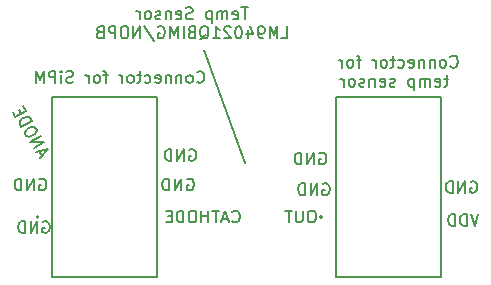
<source format=gbr>
%TF.GenerationSoftware,KiCad,Pcbnew,(6.0.8-1)-1*%
%TF.CreationDate,2022-12-29T14:46:32-05:00*%
%TF.ProjectId,Condor,436f6e64-6f72-42e6-9b69-6361645f7063,rev?*%
%TF.SameCoordinates,Original*%
%TF.FileFunction,Legend,Bot*%
%TF.FilePolarity,Positive*%
%FSLAX46Y46*%
G04 Gerber Fmt 4.6, Leading zero omitted, Abs format (unit mm)*
G04 Created by KiCad (PCBNEW (6.0.8-1)-1) date 2022-12-29 14:46:32*
%MOMM*%
%LPD*%
G01*
G04 APERTURE LIST*
%ADD10C,0.150000*%
%ADD11C,0.127000*%
%ADD12C,0.200000*%
G04 APERTURE END LIST*
D10*
X192261904Y-89752142D02*
X192309523Y-89799761D01*
X192452380Y-89847380D01*
X192547619Y-89847380D01*
X192690476Y-89799761D01*
X192785714Y-89704523D01*
X192833333Y-89609285D01*
X192880952Y-89418809D01*
X192880952Y-89275952D01*
X192833333Y-89085476D01*
X192785714Y-88990238D01*
X192690476Y-88895000D01*
X192547619Y-88847380D01*
X192452380Y-88847380D01*
X192309523Y-88895000D01*
X192261904Y-88942619D01*
X191690476Y-89847380D02*
X191785714Y-89799761D01*
X191833333Y-89752142D01*
X191880952Y-89656904D01*
X191880952Y-89371190D01*
X191833333Y-89275952D01*
X191785714Y-89228333D01*
X191690476Y-89180714D01*
X191547619Y-89180714D01*
X191452380Y-89228333D01*
X191404761Y-89275952D01*
X191357142Y-89371190D01*
X191357142Y-89656904D01*
X191404761Y-89752142D01*
X191452380Y-89799761D01*
X191547619Y-89847380D01*
X191690476Y-89847380D01*
X190928571Y-89180714D02*
X190928571Y-89847380D01*
X190928571Y-89275952D02*
X190880952Y-89228333D01*
X190785714Y-89180714D01*
X190642857Y-89180714D01*
X190547619Y-89228333D01*
X190500000Y-89323571D01*
X190500000Y-89847380D01*
X190023809Y-89180714D02*
X190023809Y-89847380D01*
X190023809Y-89275952D02*
X189976190Y-89228333D01*
X189880952Y-89180714D01*
X189738095Y-89180714D01*
X189642857Y-89228333D01*
X189595238Y-89323571D01*
X189595238Y-89847380D01*
X188738095Y-89799761D02*
X188833333Y-89847380D01*
X189023809Y-89847380D01*
X189119047Y-89799761D01*
X189166666Y-89704523D01*
X189166666Y-89323571D01*
X189119047Y-89228333D01*
X189023809Y-89180714D01*
X188833333Y-89180714D01*
X188738095Y-89228333D01*
X188690476Y-89323571D01*
X188690476Y-89418809D01*
X189166666Y-89514047D01*
X187833333Y-89799761D02*
X187928571Y-89847380D01*
X188119047Y-89847380D01*
X188214285Y-89799761D01*
X188261904Y-89752142D01*
X188309523Y-89656904D01*
X188309523Y-89371190D01*
X188261904Y-89275952D01*
X188214285Y-89228333D01*
X188119047Y-89180714D01*
X187928571Y-89180714D01*
X187833333Y-89228333D01*
X187547619Y-89180714D02*
X187166666Y-89180714D01*
X187404761Y-88847380D02*
X187404761Y-89704523D01*
X187357142Y-89799761D01*
X187261904Y-89847380D01*
X187166666Y-89847380D01*
X186690476Y-89847380D02*
X186785714Y-89799761D01*
X186833333Y-89752142D01*
X186880952Y-89656904D01*
X186880952Y-89371190D01*
X186833333Y-89275952D01*
X186785714Y-89228333D01*
X186690476Y-89180714D01*
X186547619Y-89180714D01*
X186452380Y-89228333D01*
X186404761Y-89275952D01*
X186357142Y-89371190D01*
X186357142Y-89656904D01*
X186404761Y-89752142D01*
X186452380Y-89799761D01*
X186547619Y-89847380D01*
X186690476Y-89847380D01*
X185928571Y-89847380D02*
X185928571Y-89180714D01*
X185928571Y-89371190D02*
X185880952Y-89275952D01*
X185833333Y-89228333D01*
X185738095Y-89180714D01*
X185642857Y-89180714D01*
X184690476Y-89180714D02*
X184309523Y-89180714D01*
X184547619Y-89847380D02*
X184547619Y-88990238D01*
X184500000Y-88895000D01*
X184404761Y-88847380D01*
X184309523Y-88847380D01*
X183833333Y-89847380D02*
X183928571Y-89799761D01*
X183976190Y-89752142D01*
X184023809Y-89656904D01*
X184023809Y-89371190D01*
X183976190Y-89275952D01*
X183928571Y-89228333D01*
X183833333Y-89180714D01*
X183690476Y-89180714D01*
X183595238Y-89228333D01*
X183547619Y-89275952D01*
X183500000Y-89371190D01*
X183500000Y-89656904D01*
X183547619Y-89752142D01*
X183595238Y-89799761D01*
X183690476Y-89847380D01*
X183833333Y-89847380D01*
X183071428Y-89847380D02*
X183071428Y-89180714D01*
X183071428Y-89371190D02*
X183023809Y-89275952D01*
X182976190Y-89228333D01*
X182880952Y-89180714D01*
X182785714Y-89180714D01*
X192071428Y-90790714D02*
X191690476Y-90790714D01*
X191928571Y-90457380D02*
X191928571Y-91314523D01*
X191880952Y-91409761D01*
X191785714Y-91457380D01*
X191690476Y-91457380D01*
X190976190Y-91409761D02*
X191071428Y-91457380D01*
X191261904Y-91457380D01*
X191357142Y-91409761D01*
X191404761Y-91314523D01*
X191404761Y-90933571D01*
X191357142Y-90838333D01*
X191261904Y-90790714D01*
X191071428Y-90790714D01*
X190976190Y-90838333D01*
X190928571Y-90933571D01*
X190928571Y-91028809D01*
X191404761Y-91124047D01*
X190500000Y-91457380D02*
X190500000Y-90790714D01*
X190500000Y-90885952D02*
X190452380Y-90838333D01*
X190357142Y-90790714D01*
X190214285Y-90790714D01*
X190119047Y-90838333D01*
X190071428Y-90933571D01*
X190071428Y-91457380D01*
X190071428Y-90933571D02*
X190023809Y-90838333D01*
X189928571Y-90790714D01*
X189785714Y-90790714D01*
X189690476Y-90838333D01*
X189642857Y-90933571D01*
X189642857Y-91457380D01*
X189166666Y-90790714D02*
X189166666Y-91790714D01*
X189166666Y-90838333D02*
X189071428Y-90790714D01*
X188880952Y-90790714D01*
X188785714Y-90838333D01*
X188738095Y-90885952D01*
X188690476Y-90981190D01*
X188690476Y-91266904D01*
X188738095Y-91362142D01*
X188785714Y-91409761D01*
X188880952Y-91457380D01*
X189071428Y-91457380D01*
X189166666Y-91409761D01*
X187547619Y-91409761D02*
X187452380Y-91457380D01*
X187261904Y-91457380D01*
X187166666Y-91409761D01*
X187119047Y-91314523D01*
X187119047Y-91266904D01*
X187166666Y-91171666D01*
X187261904Y-91124047D01*
X187404761Y-91124047D01*
X187500000Y-91076428D01*
X187547619Y-90981190D01*
X187547619Y-90933571D01*
X187500000Y-90838333D01*
X187404761Y-90790714D01*
X187261904Y-90790714D01*
X187166666Y-90838333D01*
X186309523Y-91409761D02*
X186404761Y-91457380D01*
X186595238Y-91457380D01*
X186690476Y-91409761D01*
X186738095Y-91314523D01*
X186738095Y-90933571D01*
X186690476Y-90838333D01*
X186595238Y-90790714D01*
X186404761Y-90790714D01*
X186309523Y-90838333D01*
X186261904Y-90933571D01*
X186261904Y-91028809D01*
X186738095Y-91124047D01*
X185833333Y-90790714D02*
X185833333Y-91457380D01*
X185833333Y-90885952D02*
X185785714Y-90838333D01*
X185690476Y-90790714D01*
X185547619Y-90790714D01*
X185452380Y-90838333D01*
X185404761Y-90933571D01*
X185404761Y-91457380D01*
X184976190Y-91409761D02*
X184880952Y-91457380D01*
X184690476Y-91457380D01*
X184595238Y-91409761D01*
X184547619Y-91314523D01*
X184547619Y-91266904D01*
X184595238Y-91171666D01*
X184690476Y-91124047D01*
X184833333Y-91124047D01*
X184928571Y-91076428D01*
X184976190Y-90981190D01*
X184976190Y-90933571D01*
X184928571Y-90838333D01*
X184833333Y-90790714D01*
X184690476Y-90790714D01*
X184595238Y-90838333D01*
X183976190Y-91457380D02*
X184071428Y-91409761D01*
X184119047Y-91362142D01*
X184166666Y-91266904D01*
X184166666Y-90981190D01*
X184119047Y-90885952D01*
X184071428Y-90838333D01*
X183976190Y-90790714D01*
X183833333Y-90790714D01*
X183738095Y-90838333D01*
X183690476Y-90885952D01*
X183642857Y-90981190D01*
X183642857Y-91266904D01*
X183690476Y-91362142D01*
X183738095Y-91409761D01*
X183833333Y-91457380D01*
X183976190Y-91457380D01*
X183214285Y-91457380D02*
X183214285Y-90790714D01*
X183214285Y-90981190D02*
X183166666Y-90885952D01*
X183119047Y-90838333D01*
X183023809Y-90790714D01*
X182928571Y-90790714D01*
X171400000Y-88400000D02*
X174900000Y-97900000D01*
X169961904Y-99300000D02*
X170057142Y-99252380D01*
X170200000Y-99252380D01*
X170342857Y-99300000D01*
X170438095Y-99395238D01*
X170485714Y-99490476D01*
X170533333Y-99680952D01*
X170533333Y-99823809D01*
X170485714Y-100014285D01*
X170438095Y-100109523D01*
X170342857Y-100204761D01*
X170200000Y-100252380D01*
X170104761Y-100252380D01*
X169961904Y-100204761D01*
X169914285Y-100157142D01*
X169914285Y-99823809D01*
X170104761Y-99823809D01*
X169485714Y-100252380D02*
X169485714Y-99252380D01*
X168914285Y-100252380D01*
X168914285Y-99252380D01*
X168438095Y-100252380D02*
X168438095Y-99252380D01*
X168200000Y-99252380D01*
X168057142Y-99300000D01*
X167961904Y-99395238D01*
X167914285Y-99490476D01*
X167866666Y-99680952D01*
X167866666Y-99823809D01*
X167914285Y-100014285D01*
X167961904Y-100109523D01*
X168057142Y-100204761D01*
X168200000Y-100252380D01*
X168438095Y-100252380D01*
X181461904Y-99700000D02*
X181557142Y-99652380D01*
X181700000Y-99652380D01*
X181842857Y-99700000D01*
X181938095Y-99795238D01*
X181985714Y-99890476D01*
X182033333Y-100080952D01*
X182033333Y-100223809D01*
X181985714Y-100414285D01*
X181938095Y-100509523D01*
X181842857Y-100604761D01*
X181700000Y-100652380D01*
X181604761Y-100652380D01*
X181461904Y-100604761D01*
X181414285Y-100557142D01*
X181414285Y-100223809D01*
X181604761Y-100223809D01*
X180985714Y-100652380D02*
X180985714Y-99652380D01*
X180414285Y-100652380D01*
X180414285Y-99652380D01*
X179938095Y-100652380D02*
X179938095Y-99652380D01*
X179700000Y-99652380D01*
X179557142Y-99700000D01*
X179461904Y-99795238D01*
X179414285Y-99890476D01*
X179366666Y-100080952D01*
X179366666Y-100223809D01*
X179414285Y-100414285D01*
X179461904Y-100509523D01*
X179557142Y-100604761D01*
X179700000Y-100652380D01*
X179938095Y-100652380D01*
X180600000Y-101952380D02*
X180409523Y-101952380D01*
X180314285Y-102000000D01*
X180219047Y-102095238D01*
X180171428Y-102285714D01*
X180171428Y-102619047D01*
X180219047Y-102809523D01*
X180314285Y-102904761D01*
X180409523Y-102952380D01*
X180600000Y-102952380D01*
X180695238Y-102904761D01*
X180790476Y-102809523D01*
X180838095Y-102619047D01*
X180838095Y-102285714D01*
X180790476Y-102095238D01*
X180695238Y-102000000D01*
X180600000Y-101952380D01*
X179742857Y-101952380D02*
X179742857Y-102761904D01*
X179695238Y-102857142D01*
X179647619Y-102904761D01*
X179552380Y-102952380D01*
X179361904Y-102952380D01*
X179266666Y-102904761D01*
X179219047Y-102857142D01*
X179171428Y-102761904D01*
X179171428Y-101952380D01*
X178838095Y-101952380D02*
X178266666Y-101952380D01*
X178552380Y-102952380D02*
X178552380Y-101952380D01*
X175138095Y-84747380D02*
X174566666Y-84747380D01*
X174852380Y-85747380D02*
X174852380Y-84747380D01*
X173852380Y-85699761D02*
X173947619Y-85747380D01*
X174138095Y-85747380D01*
X174233333Y-85699761D01*
X174280952Y-85604523D01*
X174280952Y-85223571D01*
X174233333Y-85128333D01*
X174138095Y-85080714D01*
X173947619Y-85080714D01*
X173852380Y-85128333D01*
X173804761Y-85223571D01*
X173804761Y-85318809D01*
X174280952Y-85414047D01*
X173376190Y-85747380D02*
X173376190Y-85080714D01*
X173376190Y-85175952D02*
X173328571Y-85128333D01*
X173233333Y-85080714D01*
X173090476Y-85080714D01*
X172995238Y-85128333D01*
X172947619Y-85223571D01*
X172947619Y-85747380D01*
X172947619Y-85223571D02*
X172900000Y-85128333D01*
X172804761Y-85080714D01*
X172661904Y-85080714D01*
X172566666Y-85128333D01*
X172519047Y-85223571D01*
X172519047Y-85747380D01*
X172042857Y-85080714D02*
X172042857Y-86080714D01*
X172042857Y-85128333D02*
X171947619Y-85080714D01*
X171757142Y-85080714D01*
X171661904Y-85128333D01*
X171614285Y-85175952D01*
X171566666Y-85271190D01*
X171566666Y-85556904D01*
X171614285Y-85652142D01*
X171661904Y-85699761D01*
X171757142Y-85747380D01*
X171947619Y-85747380D01*
X172042857Y-85699761D01*
X170423809Y-85699761D02*
X170280952Y-85747380D01*
X170042857Y-85747380D01*
X169947619Y-85699761D01*
X169900000Y-85652142D01*
X169852380Y-85556904D01*
X169852380Y-85461666D01*
X169900000Y-85366428D01*
X169947619Y-85318809D01*
X170042857Y-85271190D01*
X170233333Y-85223571D01*
X170328571Y-85175952D01*
X170376190Y-85128333D01*
X170423809Y-85033095D01*
X170423809Y-84937857D01*
X170376190Y-84842619D01*
X170328571Y-84795000D01*
X170233333Y-84747380D01*
X169995238Y-84747380D01*
X169852380Y-84795000D01*
X169042857Y-85699761D02*
X169138095Y-85747380D01*
X169328571Y-85747380D01*
X169423809Y-85699761D01*
X169471428Y-85604523D01*
X169471428Y-85223571D01*
X169423809Y-85128333D01*
X169328571Y-85080714D01*
X169138095Y-85080714D01*
X169042857Y-85128333D01*
X168995238Y-85223571D01*
X168995238Y-85318809D01*
X169471428Y-85414047D01*
X168566666Y-85080714D02*
X168566666Y-85747380D01*
X168566666Y-85175952D02*
X168519047Y-85128333D01*
X168423809Y-85080714D01*
X168280952Y-85080714D01*
X168185714Y-85128333D01*
X168138095Y-85223571D01*
X168138095Y-85747380D01*
X167709523Y-85699761D02*
X167614285Y-85747380D01*
X167423809Y-85747380D01*
X167328571Y-85699761D01*
X167280952Y-85604523D01*
X167280952Y-85556904D01*
X167328571Y-85461666D01*
X167423809Y-85414047D01*
X167566666Y-85414047D01*
X167661904Y-85366428D01*
X167709523Y-85271190D01*
X167709523Y-85223571D01*
X167661904Y-85128333D01*
X167566666Y-85080714D01*
X167423809Y-85080714D01*
X167328571Y-85128333D01*
X166709523Y-85747380D02*
X166804761Y-85699761D01*
X166852380Y-85652142D01*
X166900000Y-85556904D01*
X166900000Y-85271190D01*
X166852380Y-85175952D01*
X166804761Y-85128333D01*
X166709523Y-85080714D01*
X166566666Y-85080714D01*
X166471428Y-85128333D01*
X166423809Y-85175952D01*
X166376190Y-85271190D01*
X166376190Y-85556904D01*
X166423809Y-85652142D01*
X166471428Y-85699761D01*
X166566666Y-85747380D01*
X166709523Y-85747380D01*
X165947619Y-85747380D02*
X165947619Y-85080714D01*
X165947619Y-85271190D02*
X165900000Y-85175952D01*
X165852380Y-85128333D01*
X165757142Y-85080714D01*
X165661904Y-85080714D01*
X177947619Y-87357380D02*
X178423809Y-87357380D01*
X178423809Y-86357380D01*
X177614285Y-87357380D02*
X177614285Y-86357380D01*
X177280952Y-87071666D01*
X176947619Y-86357380D01*
X176947619Y-87357380D01*
X176423809Y-87357380D02*
X176233333Y-87357380D01*
X176138095Y-87309761D01*
X176090476Y-87262142D01*
X175995238Y-87119285D01*
X175947619Y-86928809D01*
X175947619Y-86547857D01*
X175995238Y-86452619D01*
X176042857Y-86405000D01*
X176138095Y-86357380D01*
X176328571Y-86357380D01*
X176423809Y-86405000D01*
X176471428Y-86452619D01*
X176519047Y-86547857D01*
X176519047Y-86785952D01*
X176471428Y-86881190D01*
X176423809Y-86928809D01*
X176328571Y-86976428D01*
X176138095Y-86976428D01*
X176042857Y-86928809D01*
X175995238Y-86881190D01*
X175947619Y-86785952D01*
X175090476Y-86690714D02*
X175090476Y-87357380D01*
X175328571Y-86309761D02*
X175566666Y-87024047D01*
X174947619Y-87024047D01*
X174376190Y-86357380D02*
X174280952Y-86357380D01*
X174185714Y-86405000D01*
X174138095Y-86452619D01*
X174090476Y-86547857D01*
X174042857Y-86738333D01*
X174042857Y-86976428D01*
X174090476Y-87166904D01*
X174138095Y-87262142D01*
X174185714Y-87309761D01*
X174280952Y-87357380D01*
X174376190Y-87357380D01*
X174471428Y-87309761D01*
X174519047Y-87262142D01*
X174566666Y-87166904D01*
X174614285Y-86976428D01*
X174614285Y-86738333D01*
X174566666Y-86547857D01*
X174519047Y-86452619D01*
X174471428Y-86405000D01*
X174376190Y-86357380D01*
X173661904Y-86452619D02*
X173614285Y-86405000D01*
X173519047Y-86357380D01*
X173280952Y-86357380D01*
X173185714Y-86405000D01*
X173138095Y-86452619D01*
X173090476Y-86547857D01*
X173090476Y-86643095D01*
X173138095Y-86785952D01*
X173709523Y-87357380D01*
X173090476Y-87357380D01*
X172138095Y-87357380D02*
X172709523Y-87357380D01*
X172423809Y-87357380D02*
X172423809Y-86357380D01*
X172519047Y-86500238D01*
X172614285Y-86595476D01*
X172709523Y-86643095D01*
X171042857Y-87452619D02*
X171138095Y-87405000D01*
X171233333Y-87309761D01*
X171376190Y-87166904D01*
X171471428Y-87119285D01*
X171566666Y-87119285D01*
X171519047Y-87357380D02*
X171614285Y-87309761D01*
X171709523Y-87214523D01*
X171757142Y-87024047D01*
X171757142Y-86690714D01*
X171709523Y-86500238D01*
X171614285Y-86405000D01*
X171519047Y-86357380D01*
X171328571Y-86357380D01*
X171233333Y-86405000D01*
X171138095Y-86500238D01*
X171090476Y-86690714D01*
X171090476Y-87024047D01*
X171138095Y-87214523D01*
X171233333Y-87309761D01*
X171328571Y-87357380D01*
X171519047Y-87357380D01*
X170328571Y-86833571D02*
X170185714Y-86881190D01*
X170138095Y-86928809D01*
X170090476Y-87024047D01*
X170090476Y-87166904D01*
X170138095Y-87262142D01*
X170185714Y-87309761D01*
X170280952Y-87357380D01*
X170661904Y-87357380D01*
X170661904Y-86357380D01*
X170328571Y-86357380D01*
X170233333Y-86405000D01*
X170185714Y-86452619D01*
X170138095Y-86547857D01*
X170138095Y-86643095D01*
X170185714Y-86738333D01*
X170233333Y-86785952D01*
X170328571Y-86833571D01*
X170661904Y-86833571D01*
X169661904Y-87357380D02*
X169661904Y-86357380D01*
X169185714Y-87357380D02*
X169185714Y-86357380D01*
X168852380Y-87071666D01*
X168519047Y-86357380D01*
X168519047Y-87357380D01*
X167519047Y-86405000D02*
X167614285Y-86357380D01*
X167757142Y-86357380D01*
X167900000Y-86405000D01*
X167995238Y-86500238D01*
X168042857Y-86595476D01*
X168090476Y-86785952D01*
X168090476Y-86928809D01*
X168042857Y-87119285D01*
X167995238Y-87214523D01*
X167900000Y-87309761D01*
X167757142Y-87357380D01*
X167661904Y-87357380D01*
X167519047Y-87309761D01*
X167471428Y-87262142D01*
X167471428Y-86928809D01*
X167661904Y-86928809D01*
X166328571Y-86309761D02*
X167185714Y-87595476D01*
X165995238Y-87357380D02*
X165995238Y-86357380D01*
X165423809Y-87357380D01*
X165423809Y-86357380D01*
X164757142Y-86357380D02*
X164566666Y-86357380D01*
X164471428Y-86405000D01*
X164376190Y-86500238D01*
X164328571Y-86690714D01*
X164328571Y-87024047D01*
X164376190Y-87214523D01*
X164471428Y-87309761D01*
X164566666Y-87357380D01*
X164757142Y-87357380D01*
X164852380Y-87309761D01*
X164947619Y-87214523D01*
X164995238Y-87024047D01*
X164995238Y-86690714D01*
X164947619Y-86500238D01*
X164852380Y-86405000D01*
X164757142Y-86357380D01*
X163900000Y-87357380D02*
X163900000Y-86357380D01*
X163519047Y-86357380D01*
X163423809Y-86405000D01*
X163376190Y-86452619D01*
X163328571Y-86547857D01*
X163328571Y-86690714D01*
X163376190Y-86785952D01*
X163423809Y-86833571D01*
X163519047Y-86881190D01*
X163900000Y-86881190D01*
X162566666Y-86833571D02*
X162423809Y-86881190D01*
X162376190Y-86928809D01*
X162328571Y-87024047D01*
X162328571Y-87166904D01*
X162376190Y-87262142D01*
X162423809Y-87309761D01*
X162519047Y-87357380D01*
X162900000Y-87357380D01*
X162900000Y-86357380D01*
X162566666Y-86357380D01*
X162471428Y-86405000D01*
X162423809Y-86452619D01*
X162376190Y-86547857D01*
X162376190Y-86643095D01*
X162423809Y-86738333D01*
X162471428Y-86785952D01*
X162566666Y-86833571D01*
X162900000Y-86833571D01*
X194633333Y-102252380D02*
X194300000Y-103252380D01*
X193966666Y-102252380D01*
X193633333Y-103252380D02*
X193633333Y-102252380D01*
X193395238Y-102252380D01*
X193252380Y-102300000D01*
X193157142Y-102395238D01*
X193109523Y-102490476D01*
X193061904Y-102680952D01*
X193061904Y-102823809D01*
X193109523Y-103014285D01*
X193157142Y-103109523D01*
X193252380Y-103204761D01*
X193395238Y-103252380D01*
X193633333Y-103252380D01*
X192633333Y-103252380D02*
X192633333Y-102252380D01*
X192395238Y-102252380D01*
X192252380Y-102300000D01*
X192157142Y-102395238D01*
X192109523Y-102490476D01*
X192061904Y-102680952D01*
X192061904Y-102823809D01*
X192109523Y-103014285D01*
X192157142Y-103109523D01*
X192252380Y-103204761D01*
X192395238Y-103252380D01*
X192633333Y-103252380D01*
X157674710Y-97321580D02*
X157436614Y-96909187D01*
X157474893Y-97546916D02*
X158174252Y-96758241D01*
X157141559Y-96969566D01*
X156974893Y-96680891D02*
X157840918Y-96180891D01*
X156689178Y-96186019D01*
X157555204Y-95686019D01*
X157221871Y-95108669D02*
X157126632Y-94943711D01*
X157037774Y-94885042D01*
X156907676Y-94850183D01*
X156718910Y-94904182D01*
X156430235Y-95070848D01*
X156289087Y-95207326D01*
X156254227Y-95337423D01*
X156260607Y-95443711D01*
X156355845Y-95608669D01*
X156444704Y-95667338D01*
X156574801Y-95702197D01*
X156763568Y-95648198D01*
X157052243Y-95481532D01*
X157193391Y-95345054D01*
X157228250Y-95214957D01*
X157221871Y-95108669D01*
X155927274Y-94866361D02*
X156793299Y-94366361D01*
X156674252Y-94160165D01*
X156561584Y-94060256D01*
X156431486Y-94025397D01*
X156325198Y-94031776D01*
X156136431Y-94085775D01*
X156012713Y-94157204D01*
X155871565Y-94293681D01*
X155812896Y-94382539D01*
X155778037Y-94512637D01*
X155808226Y-94660165D01*
X155927274Y-94866361D01*
X155880906Y-93738431D02*
X155714239Y-93449756D01*
X155189178Y-93587943D02*
X155427274Y-94000336D01*
X156293299Y-93500336D01*
X156055204Y-93087943D01*
X157461904Y-99300000D02*
X157557142Y-99252380D01*
X157700000Y-99252380D01*
X157842857Y-99300000D01*
X157938095Y-99395238D01*
X157985714Y-99490476D01*
X158033333Y-99680952D01*
X158033333Y-99823809D01*
X157985714Y-100014285D01*
X157938095Y-100109523D01*
X157842857Y-100204761D01*
X157700000Y-100252380D01*
X157604761Y-100252380D01*
X157461904Y-100204761D01*
X157414285Y-100157142D01*
X157414285Y-99823809D01*
X157604761Y-99823809D01*
X156985714Y-100252380D02*
X156985714Y-99252380D01*
X156414285Y-100252380D01*
X156414285Y-99252380D01*
X155938095Y-100252380D02*
X155938095Y-99252380D01*
X155700000Y-99252380D01*
X155557142Y-99300000D01*
X155461904Y-99395238D01*
X155414285Y-99490476D01*
X155366666Y-99680952D01*
X155366666Y-99823809D01*
X155414285Y-100014285D01*
X155461904Y-100109523D01*
X155557142Y-100204761D01*
X155700000Y-100252380D01*
X155938095Y-100252380D01*
X170810119Y-91057142D02*
X170857738Y-91104761D01*
X171000595Y-91152380D01*
X171095833Y-91152380D01*
X171238690Y-91104761D01*
X171333928Y-91009523D01*
X171381547Y-90914285D01*
X171429166Y-90723809D01*
X171429166Y-90580952D01*
X171381547Y-90390476D01*
X171333928Y-90295238D01*
X171238690Y-90200000D01*
X171095833Y-90152380D01*
X171000595Y-90152380D01*
X170857738Y-90200000D01*
X170810119Y-90247619D01*
X170238690Y-91152380D02*
X170333928Y-91104761D01*
X170381547Y-91057142D01*
X170429166Y-90961904D01*
X170429166Y-90676190D01*
X170381547Y-90580952D01*
X170333928Y-90533333D01*
X170238690Y-90485714D01*
X170095833Y-90485714D01*
X170000595Y-90533333D01*
X169952976Y-90580952D01*
X169905357Y-90676190D01*
X169905357Y-90961904D01*
X169952976Y-91057142D01*
X170000595Y-91104761D01*
X170095833Y-91152380D01*
X170238690Y-91152380D01*
X169476785Y-90485714D02*
X169476785Y-91152380D01*
X169476785Y-90580952D02*
X169429166Y-90533333D01*
X169333928Y-90485714D01*
X169191071Y-90485714D01*
X169095833Y-90533333D01*
X169048214Y-90628571D01*
X169048214Y-91152380D01*
X168572023Y-90485714D02*
X168572023Y-91152380D01*
X168572023Y-90580952D02*
X168524404Y-90533333D01*
X168429166Y-90485714D01*
X168286309Y-90485714D01*
X168191071Y-90533333D01*
X168143452Y-90628571D01*
X168143452Y-91152380D01*
X167286309Y-91104761D02*
X167381547Y-91152380D01*
X167572023Y-91152380D01*
X167667261Y-91104761D01*
X167714880Y-91009523D01*
X167714880Y-90628571D01*
X167667261Y-90533333D01*
X167572023Y-90485714D01*
X167381547Y-90485714D01*
X167286309Y-90533333D01*
X167238690Y-90628571D01*
X167238690Y-90723809D01*
X167714880Y-90819047D01*
X166381547Y-91104761D02*
X166476785Y-91152380D01*
X166667261Y-91152380D01*
X166762500Y-91104761D01*
X166810119Y-91057142D01*
X166857738Y-90961904D01*
X166857738Y-90676190D01*
X166810119Y-90580952D01*
X166762500Y-90533333D01*
X166667261Y-90485714D01*
X166476785Y-90485714D01*
X166381547Y-90533333D01*
X166095833Y-90485714D02*
X165714880Y-90485714D01*
X165952976Y-90152380D02*
X165952976Y-91009523D01*
X165905357Y-91104761D01*
X165810119Y-91152380D01*
X165714880Y-91152380D01*
X165238690Y-91152380D02*
X165333928Y-91104761D01*
X165381547Y-91057142D01*
X165429166Y-90961904D01*
X165429166Y-90676190D01*
X165381547Y-90580952D01*
X165333928Y-90533333D01*
X165238690Y-90485714D01*
X165095833Y-90485714D01*
X165000595Y-90533333D01*
X164952976Y-90580952D01*
X164905357Y-90676190D01*
X164905357Y-90961904D01*
X164952976Y-91057142D01*
X165000595Y-91104761D01*
X165095833Y-91152380D01*
X165238690Y-91152380D01*
X164476785Y-91152380D02*
X164476785Y-90485714D01*
X164476785Y-90676190D02*
X164429166Y-90580952D01*
X164381547Y-90533333D01*
X164286309Y-90485714D01*
X164191071Y-90485714D01*
X163238690Y-90485714D02*
X162857738Y-90485714D01*
X163095833Y-91152380D02*
X163095833Y-90295238D01*
X163048214Y-90200000D01*
X162952976Y-90152380D01*
X162857738Y-90152380D01*
X162381547Y-91152380D02*
X162476785Y-91104761D01*
X162524404Y-91057142D01*
X162572023Y-90961904D01*
X162572023Y-90676190D01*
X162524404Y-90580952D01*
X162476785Y-90533333D01*
X162381547Y-90485714D01*
X162238690Y-90485714D01*
X162143452Y-90533333D01*
X162095833Y-90580952D01*
X162048214Y-90676190D01*
X162048214Y-90961904D01*
X162095833Y-91057142D01*
X162143452Y-91104761D01*
X162238690Y-91152380D01*
X162381547Y-91152380D01*
X161619642Y-91152380D02*
X161619642Y-90485714D01*
X161619642Y-90676190D02*
X161572023Y-90580952D01*
X161524404Y-90533333D01*
X161429166Y-90485714D01*
X161333928Y-90485714D01*
X160286309Y-91104761D02*
X160143452Y-91152380D01*
X159905357Y-91152380D01*
X159810119Y-91104761D01*
X159762500Y-91057142D01*
X159714880Y-90961904D01*
X159714880Y-90866666D01*
X159762500Y-90771428D01*
X159810119Y-90723809D01*
X159905357Y-90676190D01*
X160095833Y-90628571D01*
X160191071Y-90580952D01*
X160238690Y-90533333D01*
X160286309Y-90438095D01*
X160286309Y-90342857D01*
X160238690Y-90247619D01*
X160191071Y-90200000D01*
X160095833Y-90152380D01*
X159857738Y-90152380D01*
X159714880Y-90200000D01*
X159286309Y-91152380D02*
X159286309Y-90485714D01*
X159286309Y-90152380D02*
X159333928Y-90200000D01*
X159286309Y-90247619D01*
X159238690Y-90200000D01*
X159286309Y-90152380D01*
X159286309Y-90247619D01*
X158810119Y-91152380D02*
X158810119Y-90152380D01*
X158429166Y-90152380D01*
X158333928Y-90200000D01*
X158286309Y-90247619D01*
X158238690Y-90342857D01*
X158238690Y-90485714D01*
X158286309Y-90580952D01*
X158333928Y-90628571D01*
X158429166Y-90676190D01*
X158810119Y-90676190D01*
X157810119Y-91152380D02*
X157810119Y-90152380D01*
X157476785Y-90866666D01*
X157143452Y-90152380D01*
X157143452Y-91152380D01*
X170161904Y-96800000D02*
X170257142Y-96752380D01*
X170400000Y-96752380D01*
X170542857Y-96800000D01*
X170638095Y-96895238D01*
X170685714Y-96990476D01*
X170733333Y-97180952D01*
X170733333Y-97323809D01*
X170685714Y-97514285D01*
X170638095Y-97609523D01*
X170542857Y-97704761D01*
X170400000Y-97752380D01*
X170304761Y-97752380D01*
X170161904Y-97704761D01*
X170114285Y-97657142D01*
X170114285Y-97323809D01*
X170304761Y-97323809D01*
X169685714Y-97752380D02*
X169685714Y-96752380D01*
X169114285Y-97752380D01*
X169114285Y-96752380D01*
X168638095Y-97752380D02*
X168638095Y-96752380D01*
X168400000Y-96752380D01*
X168257142Y-96800000D01*
X168161904Y-96895238D01*
X168114285Y-96990476D01*
X168066666Y-97180952D01*
X168066666Y-97323809D01*
X168114285Y-97514285D01*
X168161904Y-97609523D01*
X168257142Y-97704761D01*
X168400000Y-97752380D01*
X168638095Y-97752380D01*
X181161904Y-97100000D02*
X181257142Y-97052380D01*
X181400000Y-97052380D01*
X181542857Y-97100000D01*
X181638095Y-97195238D01*
X181685714Y-97290476D01*
X181733333Y-97480952D01*
X181733333Y-97623809D01*
X181685714Y-97814285D01*
X181638095Y-97909523D01*
X181542857Y-98004761D01*
X181400000Y-98052380D01*
X181304761Y-98052380D01*
X181161904Y-98004761D01*
X181114285Y-97957142D01*
X181114285Y-97623809D01*
X181304761Y-97623809D01*
X180685714Y-98052380D02*
X180685714Y-97052380D01*
X180114285Y-98052380D01*
X180114285Y-97052380D01*
X179638095Y-98052380D02*
X179638095Y-97052380D01*
X179400000Y-97052380D01*
X179257142Y-97100000D01*
X179161904Y-97195238D01*
X179114285Y-97290476D01*
X179066666Y-97480952D01*
X179066666Y-97623809D01*
X179114285Y-97814285D01*
X179161904Y-97909523D01*
X179257142Y-98004761D01*
X179400000Y-98052380D01*
X179638095Y-98052380D01*
X173800000Y-102857142D02*
X173847619Y-102904761D01*
X173990476Y-102952380D01*
X174085714Y-102952380D01*
X174228571Y-102904761D01*
X174323809Y-102809523D01*
X174371428Y-102714285D01*
X174419047Y-102523809D01*
X174419047Y-102380952D01*
X174371428Y-102190476D01*
X174323809Y-102095238D01*
X174228571Y-102000000D01*
X174085714Y-101952380D01*
X173990476Y-101952380D01*
X173847619Y-102000000D01*
X173800000Y-102047619D01*
X173419047Y-102666666D02*
X172942857Y-102666666D01*
X173514285Y-102952380D02*
X173180952Y-101952380D01*
X172847619Y-102952380D01*
X172657142Y-101952380D02*
X172085714Y-101952380D01*
X172371428Y-102952380D02*
X172371428Y-101952380D01*
X171752380Y-102952380D02*
X171752380Y-101952380D01*
X171752380Y-102428571D02*
X171180952Y-102428571D01*
X171180952Y-102952380D02*
X171180952Y-101952380D01*
X170514285Y-101952380D02*
X170323809Y-101952380D01*
X170228571Y-102000000D01*
X170133333Y-102095238D01*
X170085714Y-102285714D01*
X170085714Y-102619047D01*
X170133333Y-102809523D01*
X170228571Y-102904761D01*
X170323809Y-102952380D01*
X170514285Y-102952380D01*
X170609523Y-102904761D01*
X170704761Y-102809523D01*
X170752380Y-102619047D01*
X170752380Y-102285714D01*
X170704761Y-102095238D01*
X170609523Y-102000000D01*
X170514285Y-101952380D01*
X169657142Y-102952380D02*
X169657142Y-101952380D01*
X169419047Y-101952380D01*
X169276190Y-102000000D01*
X169180952Y-102095238D01*
X169133333Y-102190476D01*
X169085714Y-102380952D01*
X169085714Y-102523809D01*
X169133333Y-102714285D01*
X169180952Y-102809523D01*
X169276190Y-102904761D01*
X169419047Y-102952380D01*
X169657142Y-102952380D01*
X168657142Y-102428571D02*
X168323809Y-102428571D01*
X168180952Y-102952380D02*
X168657142Y-102952380D01*
X168657142Y-101952380D01*
X168180952Y-101952380D01*
X157761904Y-102900000D02*
X157857142Y-102852380D01*
X158000000Y-102852380D01*
X158142857Y-102900000D01*
X158238095Y-102995238D01*
X158285714Y-103090476D01*
X158333333Y-103280952D01*
X158333333Y-103423809D01*
X158285714Y-103614285D01*
X158238095Y-103709523D01*
X158142857Y-103804761D01*
X158000000Y-103852380D01*
X157904761Y-103852380D01*
X157761904Y-103804761D01*
X157714285Y-103757142D01*
X157714285Y-103423809D01*
X157904761Y-103423809D01*
X157285714Y-103852380D02*
X157285714Y-102852380D01*
X156714285Y-103852380D01*
X156714285Y-102852380D01*
X156238095Y-103852380D02*
X156238095Y-102852380D01*
X156000000Y-102852380D01*
X155857142Y-102900000D01*
X155761904Y-102995238D01*
X155714285Y-103090476D01*
X155666666Y-103280952D01*
X155666666Y-103423809D01*
X155714285Y-103614285D01*
X155761904Y-103709523D01*
X155857142Y-103804761D01*
X156000000Y-103852380D01*
X156238095Y-103852380D01*
X193961904Y-99500000D02*
X194057142Y-99452380D01*
X194200000Y-99452380D01*
X194342857Y-99500000D01*
X194438095Y-99595238D01*
X194485714Y-99690476D01*
X194533333Y-99880952D01*
X194533333Y-100023809D01*
X194485714Y-100214285D01*
X194438095Y-100309523D01*
X194342857Y-100404761D01*
X194200000Y-100452380D01*
X194104761Y-100452380D01*
X193961904Y-100404761D01*
X193914285Y-100357142D01*
X193914285Y-100023809D01*
X194104761Y-100023809D01*
X193485714Y-100452380D02*
X193485714Y-99452380D01*
X192914285Y-100452380D01*
X192914285Y-99452380D01*
X192438095Y-100452380D02*
X192438095Y-99452380D01*
X192200000Y-99452380D01*
X192057142Y-99500000D01*
X191961904Y-99595238D01*
X191914285Y-99690476D01*
X191866666Y-99880952D01*
X191866666Y-100023809D01*
X191914285Y-100214285D01*
X191961904Y-100309523D01*
X192057142Y-100404761D01*
X192200000Y-100452380D01*
X192438095Y-100452380D01*
D11*
%TO.C,REF\u002A\u002A*%
X158555000Y-92380000D02*
X158555000Y-107620000D01*
X158555000Y-107620000D02*
X167445000Y-107620000D01*
X167445000Y-107620000D02*
X167445000Y-92380000D01*
X167445000Y-92380000D02*
X158555000Y-92380000D01*
D12*
X157400000Y-102500000D02*
G75*
G03*
X157400000Y-102500000I-100000J0D01*
G01*
D11*
X182555000Y-107620000D02*
X191445000Y-107620000D01*
X182555000Y-92380000D02*
X182555000Y-107620000D01*
X191445000Y-92380000D02*
X182555000Y-92380000D01*
X191445000Y-107620000D02*
X191445000Y-92380000D01*
D12*
X181400000Y-102500000D02*
G75*
G03*
X181400000Y-102500000I-100000J0D01*
G01*
%TD*%
M02*

</source>
